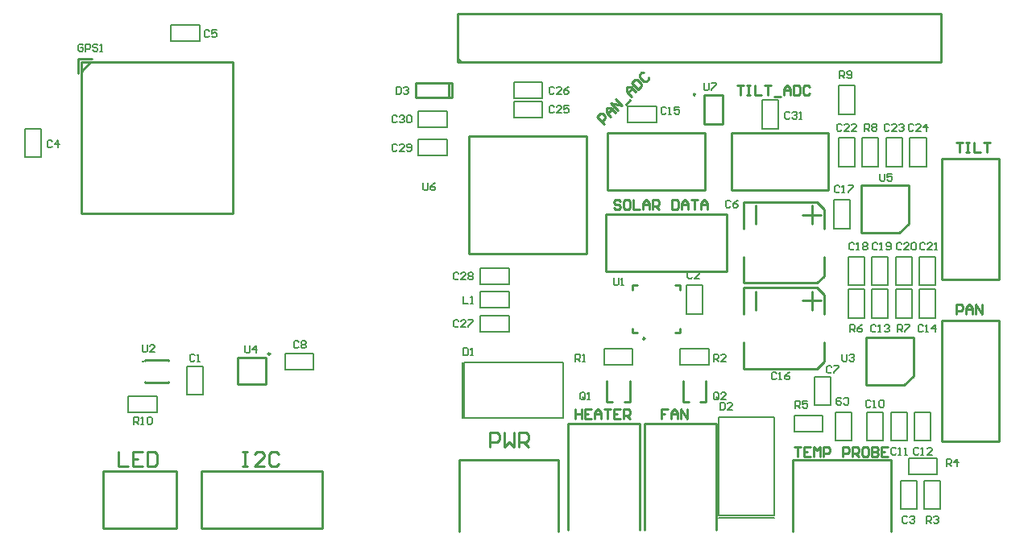
<source format=gto>
G04*
G04 #@! TF.GenerationSoftware,Altium Limited,CircuitStudio,1.5.2 (30)*
G04*
G04 Layer_Color=15065295*
%FSLAX25Y25*%
%MOIN*%
G70*
G01*
G75*
%ADD35C,0.01000*%
%ADD54C,0.00500*%
%ADD55C,0.00700*%
D35*
X1735441Y934791D02*
G03*
X1735441Y934791I-394J0D01*
G01*
X1890559Y941091D02*
G03*
X1890559Y941091I-394J0D01*
G01*
X1911425Y1042272D02*
G03*
X1911425Y1042272I-394J0D01*
G01*
X1682882Y931642D02*
G03*
X1682882Y931642I-197J0D01*
G01*
X2013394Y965697D02*
X2037016D01*
X2013394D02*
Y1015697D01*
X2037016D01*
Y965697D02*
Y1015697D01*
X2013394Y898768D02*
X2037016D01*
X2013394D02*
Y948768D01*
X2037016D01*
Y898768D02*
Y948768D01*
X1858866Y861957D02*
Y906051D01*
X1888394D01*
Y861957D02*
Y906051D01*
X1890362Y861957D02*
Y906051D01*
X1919890D01*
Y861957D02*
Y906051D01*
X1951583Y861169D02*
Y891091D01*
X1992528D01*
Y861169D02*
Y891091D01*
X1875205Y1002508D02*
Y1026130D01*
X1915362D01*
Y1002508D02*
Y1026130D01*
X1875205Y1002508D02*
X1915362D01*
X1926386D02*
X1966543D01*
Y1026130D01*
X1926386D02*
X1966543D01*
X1926386Y1002508D02*
Y1026130D01*
X1813787Y861169D02*
Y891091D01*
X1854732D01*
Y861169D02*
Y891091D01*
X1666543Y862744D02*
Y886366D01*
X1696858D01*
Y862744D02*
Y886366D01*
X1666543Y862744D02*
X1696858D01*
X1706898D02*
Y886366D01*
X1756898D01*
Y862744D02*
Y886366D01*
X1706898Y862744D02*
X1756898D01*
X1874220Y969043D02*
Y992665D01*
X1924220D01*
Y969043D02*
Y992665D01*
X1874220Y969043D02*
X1924220D01*
X1722055Y922193D02*
Y933216D01*
Y922193D02*
X1733866D01*
Y933216D01*
X1722449D02*
X1733866D01*
X1722055D02*
X1722449D01*
X1960638Y964122D02*
X1961819D01*
X1964772Y967075D01*
Y986760D02*
Y992272D01*
Y994634D01*
X1961819Y997587D02*
X1964772Y994634D01*
Y967075D02*
Y974949D01*
X1961032Y997587D02*
X1961819D01*
X1931307Y964122D02*
Y974949D01*
Y986760D02*
Y997587D01*
Y964122D02*
X1960638D01*
X1931307Y997587D02*
X1961032D01*
X1955717Y992370D02*
X1963394D01*
X1959555Y988531D02*
Y996209D01*
X1936524Y988531D02*
Y996209D01*
X1885441Y943453D02*
X1887409D01*
X1885441D02*
Y945421D01*
X1903157Y943453D02*
X1905126D01*
Y945421D01*
Y961169D02*
Y963138D01*
X1903157D02*
X1905126D01*
X1885441D02*
X1887409D01*
X1885441Y961169D02*
Y963138D01*
X1979929Y1004476D02*
X1999614D01*
X1979929Y984791D02*
Y1004476D01*
Y984791D02*
X1995677D01*
X1999614Y988728D01*
Y1004476D01*
X1981898Y941484D02*
X2001583D01*
X1981898Y921799D02*
Y941484D01*
Y921799D02*
X1997646D01*
X2001583Y925736D01*
Y941484D01*
X1914968Y1030067D02*
Y1041878D01*
Y1030067D02*
X1922842D01*
Y1041878D01*
X1914968D02*
X1922842D01*
X1809260Y1040894D02*
Y1046799D01*
X1795874D02*
X1809260D01*
X1795874Y1040894D02*
Y1046799D01*
Y1040894D02*
X1809260D01*
X1810638D01*
Y1046799D01*
X1809260D02*
X1810638D01*
X1960638Y928689D02*
X1961819D01*
X1964772Y931642D01*
Y951327D02*
Y956839D01*
Y959201D01*
X1961819Y962154D02*
X1964772Y959201D01*
Y931642D02*
Y939516D01*
X1961032Y962154D02*
X1961819D01*
X1931307Y928689D02*
Y939516D01*
Y951327D02*
Y962154D01*
Y928689D02*
X1960638D01*
X1931307Y962154D02*
X1961032D01*
X1955717Y956937D02*
X1963394D01*
X1959555Y953098D02*
Y960776D01*
X1936524Y953098D02*
Y960776D01*
X1657291Y992862D02*
Y1055461D01*
Y992862D02*
X1719890D01*
Y1055461D01*
X1657291D02*
X1719890D01*
X1657291Y1051721D02*
X1661032Y1055461D01*
X1655913Y1050933D02*
Y1056839D01*
X1661819D01*
X1906307Y915106D02*
X1908669D01*
X1906307D02*
Y923768D01*
X1915756Y915106D02*
Y923768D01*
X1913394Y915106D02*
X1915756D01*
X1874811D02*
X1877173D01*
X1874811D02*
Y923768D01*
X1884260Y915106D02*
Y923768D01*
X1881898Y915106D02*
X1884260D01*
X1683866Y932429D02*
X1693315D01*
Y932035D02*
Y932429D01*
Y922980D02*
Y923374D01*
X1683866Y922980D02*
X1693315D01*
X1683866D02*
Y923374D01*
Y932035D02*
Y932429D01*
X1817724Y976130D02*
Y1024949D01*
X1866543D01*
Y976130D02*
Y1024949D01*
X1817724Y976130D02*
X1866543D01*
X1813000Y1057000D02*
X1814500Y1055500D01*
X1813000D02*
Y1075500D01*
Y1055500D02*
X2013000D01*
Y1075500D01*
X1813000D02*
X2013000D01*
X1880233Y997966D02*
X1879566Y998633D01*
X1878233D01*
X1877567Y997966D01*
Y997300D01*
X1878233Y996633D01*
X1879566D01*
X1880233Y995967D01*
Y995300D01*
X1879566Y994634D01*
X1878233D01*
X1877567Y995300D01*
X1883565Y998633D02*
X1882232D01*
X1881566Y997966D01*
Y995300D01*
X1882232Y994634D01*
X1883565D01*
X1884231Y995300D01*
Y997966D01*
X1883565Y998633D01*
X1885564D02*
Y994634D01*
X1888230D01*
X1889563D02*
Y997300D01*
X1890896Y998633D01*
X1892229Y997300D01*
Y994634D01*
Y996633D01*
X1889563D01*
X1893562Y994634D02*
Y998633D01*
X1895561D01*
X1896228Y997966D01*
Y996633D01*
X1895561Y995967D01*
X1893562D01*
X1894895D02*
X1896228Y994634D01*
X1901559Y998633D02*
Y994634D01*
X1903559D01*
X1904225Y995300D01*
Y997966D01*
X1903559Y998633D01*
X1901559D01*
X1905558Y994634D02*
Y997300D01*
X1906891Y998633D01*
X1908224Y997300D01*
Y994634D01*
Y996633D01*
X1905558D01*
X1909557Y998633D02*
X1912222D01*
X1910889D01*
Y994634D01*
X1913555D02*
Y997300D01*
X1914888Y998633D01*
X1916221Y997300D01*
Y994634D01*
Y996633D01*
X1913555D01*
X1873630Y1030067D02*
X1870802Y1032894D01*
X1872216Y1034308D01*
X1873159D01*
X1874101Y1033366D01*
Y1032423D01*
X1872687Y1031009D01*
X1876457Y1032894D02*
X1874572Y1034779D01*
X1874572Y1036664D01*
X1876457D01*
X1878342Y1034779D01*
X1876929Y1036193D01*
X1875044Y1034308D01*
X1879285Y1035722D02*
X1876457Y1038550D01*
X1881170Y1037607D01*
X1878342Y1040434D01*
X1882584Y1038078D02*
X1884469Y1039963D01*
X1884940Y1041377D02*
X1883055Y1043262D01*
Y1045147D01*
X1884940Y1045147D01*
X1886825Y1043262D01*
X1885411Y1044676D01*
X1883526Y1042791D01*
X1884940Y1047032D02*
X1887767Y1044205D01*
X1889181Y1045618D01*
Y1046561D01*
X1887296Y1048446D01*
X1886354D01*
X1884940Y1047032D01*
X1890124Y1051273D02*
X1889181D01*
X1888239Y1050331D01*
Y1049388D01*
X1890124Y1047503D01*
X1891066D01*
X1892009Y1048446D01*
Y1049388D01*
X1928748Y1045877D02*
X1931414D01*
X1930081D01*
Y1041878D01*
X1932747Y1045877D02*
X1934080D01*
X1933413D01*
Y1041878D01*
X1932747D01*
X1934080D01*
X1936079Y1045877D02*
Y1041878D01*
X1938745D01*
X1940078Y1045877D02*
X1942743D01*
X1941411D01*
Y1041878D01*
X1944076Y1041212D02*
X1946742D01*
X1948075Y1041878D02*
Y1044544D01*
X1949408Y1045877D01*
X1950741Y1044544D01*
Y1041878D01*
Y1043877D01*
X1948075D01*
X1952074Y1045877D02*
Y1041878D01*
X1954073D01*
X1954740Y1042544D01*
Y1045210D01*
X1954073Y1045877D01*
X1952074D01*
X1958738Y1045210D02*
X1958072Y1045877D01*
X1956739D01*
X1956073Y1045210D01*
Y1042544D01*
X1956739Y1041878D01*
X1958072D01*
X1958738Y1042544D01*
X2019299Y1022255D02*
X2021965D01*
X2020632D01*
Y1018256D01*
X2023298Y1022255D02*
X2024631D01*
X2023964D01*
Y1018256D01*
X2023298D01*
X2024631D01*
X2026630Y1022255D02*
Y1018256D01*
X2029296D01*
X2030629Y1022255D02*
X2033295D01*
X2031962D01*
Y1018256D01*
X2019299Y951327D02*
Y955326D01*
X2021299D01*
X2021965Y954659D01*
Y953326D01*
X2021299Y952660D01*
X2019299D01*
X2023298Y951327D02*
Y953993D01*
X2024631Y955326D01*
X2025964Y953993D01*
Y951327D01*
Y953326D01*
X2023298D01*
X2027297Y951327D02*
Y955326D01*
X2029962Y951327D01*
Y955326D01*
X1952370Y896270D02*
X1955036D01*
X1953703D01*
Y892272D01*
X1959035Y896270D02*
X1956369D01*
Y892272D01*
X1959035D01*
X1956369Y894271D02*
X1957702D01*
X1960368Y892272D02*
Y896270D01*
X1961700Y894937D01*
X1963033Y896270D01*
Y892272D01*
X1964366D02*
Y896270D01*
X1966366D01*
X1967032Y895604D01*
Y894271D01*
X1966366Y893605D01*
X1964366D01*
X1972364Y892272D02*
Y896270D01*
X1974363D01*
X1975029Y895604D01*
Y894271D01*
X1974363Y893605D01*
X1972364D01*
X1976362Y892272D02*
Y896270D01*
X1978362D01*
X1979028Y895604D01*
Y894271D01*
X1978362Y893605D01*
X1976362D01*
X1977695D02*
X1979028Y892272D01*
X1982360Y896270D02*
X1981027D01*
X1980361Y895604D01*
Y892938D01*
X1981027Y892272D01*
X1982360D01*
X1983027Y892938D01*
Y895604D01*
X1982360Y896270D01*
X1984360D02*
Y892272D01*
X1986359D01*
X1987026Y892938D01*
Y893605D01*
X1986359Y894271D01*
X1984360D01*
X1986359D01*
X1987026Y894937D01*
Y895604D01*
X1986359Y896270D01*
X1984360D01*
X1991024D02*
X1988358D01*
Y892272D01*
X1991024D01*
X1988358Y894271D02*
X1989691D01*
X1899918Y912018D02*
X1897252D01*
Y910019D01*
X1898585D01*
X1897252D01*
Y908020D01*
X1901251D02*
Y910686D01*
X1902584Y912018D01*
X1903917Y910686D01*
Y908020D01*
Y910019D01*
X1901251D01*
X1905249Y908020D02*
Y912018D01*
X1907915Y908020D01*
Y912018D01*
X1861819D02*
Y908020D01*
Y910019D01*
X1864485D01*
Y912018D01*
Y908020D01*
X1868483Y912018D02*
X1865818D01*
Y908020D01*
X1868483D01*
X1865818Y910019D02*
X1867150D01*
X1869816Y908020D02*
Y910686D01*
X1871149Y912018D01*
X1872482Y910686D01*
Y908020D01*
Y910019D01*
X1869816D01*
X1873815Y912018D02*
X1876481D01*
X1875148D01*
Y908020D01*
X1880479Y912018D02*
X1877814D01*
Y908020D01*
X1880479D01*
X1877814Y910019D02*
X1879147D01*
X1881812Y908020D02*
Y912018D01*
X1883812D01*
X1884478Y911352D01*
Y910019D01*
X1883812Y909353D01*
X1881812D01*
X1883145D02*
X1884478Y908020D01*
X1826386Y896209D02*
Y902207D01*
X1829385D01*
X1830384Y901207D01*
Y899208D01*
X1829385Y898208D01*
X1826386D01*
X1832384Y902207D02*
Y896209D01*
X1834383Y898208D01*
X1836383Y896209D01*
Y902207D01*
X1838382Y896209D02*
Y902207D01*
X1841381D01*
X1842381Y901207D01*
Y899208D01*
X1841381Y898208D01*
X1838382D01*
X1840381D02*
X1842381Y896209D01*
X1724024Y894333D02*
X1726023D01*
X1725023D01*
Y888335D01*
X1724024D01*
X1726023D01*
X1733021D02*
X1729022D01*
X1733021Y892333D01*
Y893333D01*
X1732021Y894333D01*
X1730022D01*
X1729022Y893333D01*
X1739019D02*
X1738019Y894333D01*
X1736020D01*
X1735020Y893333D01*
Y889334D01*
X1736020Y888335D01*
X1738019D01*
X1739019Y889334D01*
X1672842Y894333D02*
Y888335D01*
X1676841D01*
X1682839Y894333D02*
X1678841D01*
Y888335D01*
X1682839D01*
X1678841Y891334D02*
X1680840D01*
X1684839Y894333D02*
Y888335D01*
X1687838D01*
X1688837Y889334D01*
Y893333D01*
X1687838Y894333D01*
X1684839D01*
D54*
X1895284Y1030657D02*
Y1037350D01*
X1883472Y1030657D02*
X1895284D01*
X1883472Y1037350D02*
X1895284D01*
X1883472Y1030657D02*
Y1037350D01*
X1700992Y917862D02*
X1707685D01*
X1700992D02*
Y929673D01*
X1707685Y917862D02*
Y929673D01*
X1700992D02*
X1707685D01*
X1980520Y1012350D02*
X1987213D01*
X1980520D02*
Y1024161D01*
X1987213Y1012350D02*
Y1024161D01*
X1980520D02*
X1987213D01*
X1990362D02*
X1997055D01*
Y1012350D02*
Y1024161D01*
X1990362Y1012350D02*
Y1024161D01*
Y1012350D02*
X1997055D01*
X2000205Y1024161D02*
X2006898D01*
Y1012350D02*
Y1024161D01*
X2000205Y1012350D02*
Y1024161D01*
Y1012350D02*
X2006898D01*
X1970677Y1024161D02*
X1977370D01*
Y1012350D02*
Y1024161D01*
X1970677Y1012350D02*
Y1024161D01*
Y1012350D02*
X1977370D01*
X1848039Y1032626D02*
Y1039319D01*
X1836228Y1032626D02*
X1848039D01*
X1836228Y1039319D02*
X1848039D01*
X1836228Y1032626D02*
Y1039319D01*
X1848039Y1040500D02*
Y1047193D01*
X1836228Y1040500D02*
X1848039D01*
X1836228Y1047193D02*
X1848039D01*
X1836228Y1040500D02*
Y1047193D01*
X1960835Y913531D02*
X1967528D01*
X1960835D02*
Y925342D01*
X1967528Y913531D02*
Y925342D01*
X1960835D02*
X1967528D01*
X1982488Y898965D02*
X1989181D01*
X1982488D02*
Y910776D01*
X1989181Y898965D02*
Y910776D01*
X1982488D02*
X1989181D01*
X1974614Y949752D02*
X1981307D01*
X1974614D02*
Y961563D01*
X1981307Y949752D02*
Y961563D01*
X1974614D02*
X1981307D01*
X1994299D02*
X2000992D01*
Y949752D02*
Y961563D01*
X1994299Y949752D02*
Y961563D01*
Y949752D02*
X2000992D01*
X2004142Y961563D02*
X2010835D01*
Y949752D02*
Y961563D01*
X2004142Y949752D02*
Y961563D01*
Y949752D02*
X2010835D01*
X1984457Y961563D02*
X1991150D01*
Y949752D02*
Y961563D01*
X1984457Y949752D02*
Y961563D01*
Y949752D02*
X1991150D01*
X1969496Y898965D02*
X1976189D01*
X1969496D02*
Y910776D01*
X1976189Y898965D02*
Y910776D01*
X1969496D02*
X1976189D01*
X1992331Y898965D02*
X1999024D01*
X1992331D02*
Y910776D01*
X1999024Y898965D02*
Y910776D01*
X1992331D02*
X1999024D01*
X2002173Y898965D02*
X2008866D01*
X2002173D02*
Y910776D01*
X2008866Y898965D02*
Y910776D01*
X2002173D02*
X2008866D01*
X2006110Y882429D02*
X2012803D01*
Y870618D02*
Y882429D01*
X2006110Y870618D02*
Y882429D01*
Y870618D02*
X2012803D01*
X1996268D02*
X2002961D01*
X1996268D02*
Y882429D01*
X2002961Y870618D02*
Y882429D01*
X1996268D02*
X2002961D01*
X1999614Y884988D02*
Y891681D01*
X2011425D01*
X1999614Y884988D02*
X2011425D01*
Y891681D01*
X1921189Y867961D02*
X1944181D01*
X1921189D02*
Y908709D01*
X1944181Y867961D02*
Y908709D01*
X1921189D02*
X1944181D01*
X1921189Y867075D02*
X1944181D01*
X1815854Y908335D02*
Y931327D01*
X1856602D01*
X1815854Y908335D02*
X1856602D01*
Y931327D01*
X1814968Y908335D02*
Y931327D01*
X1939181Y1039909D02*
X1945874D01*
Y1028098D02*
Y1039909D01*
X1939181Y1028098D02*
Y1039909D01*
Y1028098D02*
X1945874D01*
X1796858Y1028689D02*
Y1035382D01*
X1808669D01*
X1796858Y1028689D02*
X1808669D01*
Y1035382D01*
X1796858Y1016878D02*
Y1023571D01*
X1808669D01*
X1796858Y1016878D02*
X1808669D01*
Y1023571D01*
X1634063Y1016287D02*
X1640756D01*
X1634063D02*
Y1028098D01*
X1640756Y1016287D02*
Y1028098D01*
X1634063D02*
X1640756D01*
X1706307Y1064122D02*
Y1070815D01*
X1694496Y1064122D02*
X1706307D01*
X1694496Y1070815D02*
X1706307D01*
X1694496Y1064122D02*
Y1070815D01*
X1834260Y963728D02*
Y970421D01*
X1822449Y963728D02*
X1834260D01*
X1822449Y970421D02*
X1834260D01*
X1822449Y963728D02*
Y970421D01*
Y944043D02*
Y950736D01*
X1834260D01*
X1822449Y944043D02*
X1834260D01*
Y950736D01*
X1822449Y953886D02*
Y960579D01*
X1834260D01*
X1822449Y953886D02*
X1834260D01*
Y960579D01*
X1753551Y928295D02*
Y934988D01*
X1741740Y928295D02*
X1753551D01*
X1741740Y934988D02*
X1753551D01*
X1741740Y928295D02*
Y934988D01*
X1984457Y963138D02*
X1991150D01*
X1984457D02*
Y974949D01*
X1991150Y963138D02*
Y974949D01*
X1984457D02*
X1991150D01*
X1974614Y963138D02*
X1981307D01*
X1974614D02*
Y974949D01*
X1981307Y963138D02*
Y974949D01*
X1974614D02*
X1981307D01*
X1968709Y986760D02*
X1975402D01*
X1968709D02*
Y998571D01*
X1975402Y986760D02*
Y998571D01*
X1968709D02*
X1975402D01*
X2004142Y963138D02*
X2010835D01*
X2004142D02*
Y974949D01*
X2010835Y963138D02*
Y974949D01*
X2004142D02*
X2010835D01*
X1994299Y963138D02*
X2000992D01*
X1994299D02*
Y974949D01*
X2000992Y963138D02*
Y974949D01*
X1994299D02*
X2000992D01*
X1907685Y963138D02*
X1914378D01*
Y951327D02*
Y963138D01*
X1907685Y951327D02*
Y963138D01*
Y951327D02*
X1914378D01*
X1676780Y910579D02*
Y917272D01*
X1688591D01*
X1676780Y910579D02*
X1688591D01*
Y917272D01*
X1970677Y1045815D02*
X1977370D01*
Y1034004D02*
Y1045815D01*
X1970677Y1034004D02*
Y1045815D01*
Y1034004D02*
X1977370D01*
X1964181Y902705D02*
Y909398D01*
X1952370Y902705D02*
X1964181D01*
X1952370Y909398D02*
X1964181D01*
X1952370Y902705D02*
Y909398D01*
X1905126Y930264D02*
Y936957D01*
X1916937D01*
X1905126Y930264D02*
X1916937D01*
Y936957D01*
X1873630Y930264D02*
Y936957D01*
X1885441D01*
X1873630Y930264D02*
X1885441D01*
Y936957D01*
D55*
X1914968Y1046846D02*
Y1044346D01*
X1915468Y1043847D01*
X1916468D01*
X1916968Y1044346D01*
Y1046846D01*
X1917967D02*
X1919967D01*
Y1046346D01*
X1917967Y1044346D01*
Y1043847D01*
X1950432Y1034535D02*
X1949933Y1035034D01*
X1948933D01*
X1948433Y1034535D01*
Y1032535D01*
X1948933Y1032035D01*
X1949933D01*
X1950432Y1032535D01*
X1951432Y1034535D02*
X1951932Y1035034D01*
X1952932D01*
X1953432Y1034535D01*
Y1034035D01*
X1952932Y1033535D01*
X1952432D01*
X1952932D01*
X1953432Y1033035D01*
Y1032535D01*
X1952932Y1032035D01*
X1951932D01*
X1951432Y1032535D01*
X1954431Y1032035D02*
X1955431D01*
X1954931D01*
Y1035034D01*
X1954431Y1034535D01*
X1704369Y934141D02*
X1703870Y934641D01*
X1702870D01*
X1702370Y934141D01*
Y932142D01*
X1702870Y931642D01*
X1703870D01*
X1704369Y932142D01*
X1705369Y931642D02*
X1706369D01*
X1705869D01*
Y934641D01*
X1705369Y934141D01*
X1747319Y939657D02*
X1746820Y940157D01*
X1745820D01*
X1745320Y939657D01*
Y937658D01*
X1745820Y937158D01*
X1746820D01*
X1747319Y937658D01*
X1748319Y939657D02*
X1748819Y940157D01*
X1749819D01*
X1750319Y939657D01*
Y939157D01*
X1749819Y938658D01*
X1750319Y938158D01*
Y937658D01*
X1749819Y937158D01*
X1748819D01*
X1748319Y937658D01*
Y938158D01*
X1748819Y938658D01*
X1748319Y939157D01*
Y939657D01*
X1748819Y938658D02*
X1749819D01*
X1787899Y1021199D02*
X1787399Y1021699D01*
X1786400D01*
X1785900Y1021199D01*
Y1019200D01*
X1786400Y1018700D01*
X1787399D01*
X1787899Y1019200D01*
X1790898Y1018700D02*
X1788899D01*
X1790898Y1020699D01*
Y1021199D01*
X1790398Y1021699D01*
X1789399D01*
X1788899Y1021199D01*
X1791898Y1019200D02*
X1792398Y1018700D01*
X1793398D01*
X1793897Y1019200D01*
Y1021199D01*
X1793398Y1021699D01*
X1792398D01*
X1791898Y1021199D01*
Y1020699D01*
X1792398Y1020199D01*
X1793897D01*
X1787899Y1032999D02*
X1787399Y1033499D01*
X1786400D01*
X1785900Y1032999D01*
Y1031000D01*
X1786400Y1030500D01*
X1787399D01*
X1787899Y1031000D01*
X1788899Y1032999D02*
X1789399Y1033499D01*
X1790398D01*
X1790898Y1032999D01*
Y1032499D01*
X1790398Y1031999D01*
X1789899D01*
X1790398D01*
X1790898Y1031500D01*
Y1031000D01*
X1790398Y1030500D01*
X1789399D01*
X1788899Y1031000D01*
X1791898Y1032999D02*
X1792398Y1033499D01*
X1793398D01*
X1793897Y1032999D01*
Y1031000D01*
X1793398Y1030500D01*
X1792398D01*
X1791898Y1031000D01*
Y1032999D01*
X1852999Y1044799D02*
X1852500Y1045299D01*
X1851500D01*
X1851000Y1044799D01*
Y1042800D01*
X1851500Y1042300D01*
X1852500D01*
X1852999Y1042800D01*
X1855998Y1042300D02*
X1853999D01*
X1855998Y1044299D01*
Y1044799D01*
X1855499Y1045299D01*
X1854499D01*
X1853999Y1044799D01*
X1858997Y1045299D02*
X1857998Y1044799D01*
X1856998Y1043799D01*
Y1042800D01*
X1857498Y1042300D01*
X1858498D01*
X1858997Y1042800D01*
Y1043300D01*
X1858498Y1043799D01*
X1856998D01*
X1852999Y1036999D02*
X1852500Y1037499D01*
X1851500D01*
X1851000Y1036999D01*
Y1035000D01*
X1851500Y1034500D01*
X1852500D01*
X1852999Y1035000D01*
X1855998Y1034500D02*
X1853999D01*
X1855998Y1036499D01*
Y1036999D01*
X1855499Y1037499D01*
X1854499D01*
X1853999Y1036999D01*
X1858997Y1037499D02*
X1856998D01*
Y1035999D01*
X1857998Y1036499D01*
X1858498D01*
X1858997Y1035999D01*
Y1035000D01*
X1858498Y1034500D01*
X1857498D01*
X1856998Y1035000D01*
X1813499Y968099D02*
X1813000Y968599D01*
X1812000D01*
X1811500Y968099D01*
Y966100D01*
X1812000Y965600D01*
X1813000D01*
X1813499Y966100D01*
X1816498Y965600D02*
X1814499D01*
X1816498Y967599D01*
Y968099D01*
X1815998Y968599D01*
X1814999D01*
X1814499Y968099D01*
X1817498D02*
X1817998Y968599D01*
X1818998D01*
X1819497Y968099D01*
Y967599D01*
X1818998Y967099D01*
X1819497Y966600D01*
Y966100D01*
X1818998Y965600D01*
X1817998D01*
X1817498Y966100D01*
Y966600D01*
X1817998Y967099D01*
X1817498Y967599D01*
Y968099D01*
X1817998Y967099D02*
X1818998D01*
X1813499Y948399D02*
X1813000Y948899D01*
X1812000D01*
X1811500Y948399D01*
Y946400D01*
X1812000Y945900D01*
X1813000D01*
X1813499Y946400D01*
X1816498Y945900D02*
X1814499D01*
X1816498Y947899D01*
Y948399D01*
X1815998Y948899D01*
X1814999D01*
X1814499Y948399D01*
X1817498Y948899D02*
X1819497D01*
Y948399D01*
X1817498Y946400D01*
Y945900D01*
X1986099Y946287D02*
X1985600Y946787D01*
X1984600D01*
X1984100Y946287D01*
Y944288D01*
X1984600Y943788D01*
X1985600D01*
X1986099Y944288D01*
X1987099Y943788D02*
X1988099D01*
X1987599D01*
Y946787D01*
X1987099Y946287D01*
X1989598D02*
X1990098Y946787D01*
X1991098D01*
X1991598Y946287D01*
Y945788D01*
X1991098Y945288D01*
X1990598D01*
X1991098D01*
X1991598Y944788D01*
Y944288D01*
X1991098Y943788D01*
X1990098D01*
X1989598Y944288D01*
X1971999Y1029599D02*
X1971499Y1030099D01*
X1970500D01*
X1970000Y1029599D01*
Y1027600D01*
X1970500Y1027100D01*
X1971499D01*
X1971999Y1027600D01*
X1974998Y1027100D02*
X1972999D01*
X1974998Y1029099D01*
Y1029599D01*
X1974499Y1030099D01*
X1973499D01*
X1972999Y1029599D01*
X1977997Y1027100D02*
X1975998D01*
X1977997Y1029099D01*
Y1029599D01*
X1977498Y1030099D01*
X1976498D01*
X1975998Y1029599D01*
X2001599D02*
X2001100Y1030099D01*
X2000100D01*
X1999600Y1029599D01*
Y1027600D01*
X2000100Y1027100D01*
X2001100D01*
X2001599Y1027600D01*
X2004598Y1027100D02*
X2002599D01*
X2004598Y1029099D01*
Y1029599D01*
X2004099Y1030099D01*
X2003099D01*
X2002599Y1029599D01*
X2007098Y1027100D02*
Y1030099D01*
X2005598Y1028599D01*
X2007597D01*
X1991699Y1029599D02*
X1991199Y1030099D01*
X1990200D01*
X1989700Y1029599D01*
Y1027600D01*
X1990200Y1027100D01*
X1991199D01*
X1991699Y1027600D01*
X1994698Y1027100D02*
X1992699D01*
X1994698Y1029099D01*
Y1029599D01*
X1994198Y1030099D01*
X1993199D01*
X1992699Y1029599D01*
X1995698D02*
X1996198Y1030099D01*
X1997198D01*
X1997697Y1029599D01*
Y1029099D01*
X1997198Y1028599D01*
X1996698D01*
X1997198D01*
X1997697Y1028100D01*
Y1027600D01*
X1997198Y1027100D01*
X1996198D01*
X1995698Y1027600D01*
X1986873Y980431D02*
X1986374Y980931D01*
X1985374D01*
X1984874Y980431D01*
Y978431D01*
X1985374Y977931D01*
X1986374D01*
X1986873Y978431D01*
X1987873Y977931D02*
X1988873D01*
X1988373D01*
Y980931D01*
X1987873Y980431D01*
X1990372Y978431D02*
X1990872Y977931D01*
X1991872D01*
X1992372Y978431D01*
Y980431D01*
X1991872Y980931D01*
X1990872D01*
X1990372Y980431D01*
Y979931D01*
X1990872Y979431D01*
X1992372D01*
X1977072Y980431D02*
X1976572Y980931D01*
X1975572D01*
X1975072Y980431D01*
Y978431D01*
X1975572Y977931D01*
X1976572D01*
X1977072Y978431D01*
X1978072Y977931D02*
X1979071D01*
X1978571D01*
Y980931D01*
X1978072Y980431D01*
X1980571D02*
X1981071Y980931D01*
X1982070D01*
X1982570Y980431D01*
Y979931D01*
X1982070Y979431D01*
X1982570Y978931D01*
Y978431D01*
X1982070Y977931D01*
X1981071D01*
X1980571Y978431D01*
Y978931D01*
X1981071Y979431D01*
X1980571Y979931D01*
Y980431D01*
X1981071Y979431D02*
X1982070D01*
X1944921Y926661D02*
X1944421Y927160D01*
X1943421D01*
X1942921Y926661D01*
Y924661D01*
X1943421Y924161D01*
X1944421D01*
X1944921Y924661D01*
X1945920Y924161D02*
X1946920D01*
X1946420D01*
Y927160D01*
X1945920Y926661D01*
X1950419Y927160D02*
X1949419Y926661D01*
X1948420Y925661D01*
Y924661D01*
X1948919Y924161D01*
X1949919D01*
X1950419Y924661D01*
Y925161D01*
X1949919Y925661D01*
X1948420D01*
X1971199Y1003999D02*
X1970700Y1004499D01*
X1969700D01*
X1969200Y1003999D01*
Y1002000D01*
X1969700Y1001500D01*
X1970700D01*
X1971199Y1002000D01*
X1972199Y1001500D02*
X1973199D01*
X1972699D01*
Y1004499D01*
X1972199Y1003999D01*
X1974698Y1004499D02*
X1976698D01*
Y1003999D01*
X1974698Y1002000D01*
Y1001500D01*
X2006542Y980431D02*
X2006042Y980931D01*
X2005042D01*
X2004543Y980431D01*
Y978431D01*
X2005042Y977931D01*
X2006042D01*
X2006542Y978431D01*
X2009541Y977931D02*
X2007541D01*
X2009541Y979931D01*
Y980431D01*
X2009041Y980931D01*
X2008041D01*
X2007541Y980431D01*
X2010541Y977931D02*
X2011540D01*
X2011040D01*
Y980931D01*
X2010541Y980431D01*
X1996742D02*
X1996242Y980931D01*
X1995242D01*
X1994743Y980431D01*
Y978431D01*
X1995242Y977931D01*
X1996242D01*
X1996742Y978431D01*
X1999741Y977931D02*
X1997742D01*
X1999741Y979931D01*
Y980431D01*
X1999241Y980931D01*
X1998241D01*
X1997742Y980431D01*
X2000741D02*
X2001240Y980931D01*
X2002240D01*
X2002740Y980431D01*
Y978431D01*
X2002240Y977931D01*
X2001240D01*
X2000741Y978431D01*
Y980431D01*
X1899251Y1036503D02*
X1898751Y1037003D01*
X1897752D01*
X1897252Y1036503D01*
Y1034504D01*
X1897752Y1034004D01*
X1898751D01*
X1899251Y1034504D01*
X1900251Y1034004D02*
X1901251D01*
X1900751D01*
Y1037003D01*
X1900251Y1036503D01*
X1904749Y1037003D02*
X1902750D01*
Y1035503D01*
X1903750Y1036003D01*
X1904250D01*
X1904749Y1035503D01*
Y1034504D01*
X1904250Y1034004D01*
X1903250D01*
X1902750Y1034504D01*
X2005699Y946287D02*
X2005199Y946787D01*
X2004200D01*
X2003700Y946287D01*
Y944288D01*
X2004200Y943788D01*
X2005199D01*
X2005699Y944288D01*
X2006699Y943788D02*
X2007699D01*
X2007199D01*
Y946787D01*
X2006699Y946287D01*
X2010698Y943788D02*
Y946787D01*
X2009198Y945288D01*
X2011198D01*
X1983897Y915243D02*
X1983397Y915743D01*
X1982397D01*
X1981898Y915243D01*
Y913244D01*
X1982397Y912744D01*
X1983397D01*
X1983897Y913244D01*
X1984897Y912744D02*
X1985896D01*
X1985397D01*
Y915743D01*
X1984897Y915243D01*
X1987396D02*
X1987896Y915743D01*
X1988895D01*
X1989395Y915243D01*
Y913244D01*
X1988895Y912744D01*
X1987896D01*
X1987396Y913244D01*
Y915243D01*
X1972812Y914182D02*
X1973311Y913682D01*
X1974311D01*
X1974811Y914182D01*
Y916181D01*
X1974311Y916681D01*
X1973311D01*
X1972812Y916181D01*
X1971812D02*
X1971312Y916681D01*
X1970312D01*
X1969813Y916181D01*
Y914182D01*
X1970312Y913682D01*
X1971312D01*
X1971812Y914182D01*
Y914682D01*
X1971312Y915182D01*
X1969813D01*
X1926023Y997920D02*
X1925523Y998420D01*
X1924524D01*
X1924024Y997920D01*
Y995921D01*
X1924524Y995421D01*
X1925523D01*
X1926023Y995921D01*
X1929022Y998420D02*
X1928022Y997920D01*
X1927023Y996921D01*
Y995921D01*
X1927522Y995421D01*
X1928522D01*
X1929022Y995921D01*
Y996421D01*
X1928522Y996921D01*
X1927023D01*
X1967755Y929416D02*
X1967255Y929916D01*
X1966256D01*
X1965756Y929416D01*
Y927417D01*
X1966256Y926917D01*
X1967255D01*
X1967755Y927417D01*
X1968755Y929916D02*
X1970754D01*
Y929416D01*
X1968755Y927417D01*
Y926917D01*
X2003736Y895469D02*
X2003237Y895968D01*
X2002237D01*
X2001737Y895469D01*
Y893469D01*
X2002237Y892969D01*
X2003237D01*
X2003736Y893469D01*
X2004736Y892969D02*
X2005736D01*
X2005236D01*
Y895968D01*
X2004736Y895469D01*
X2009235Y892969D02*
X2007235D01*
X2009235Y894969D01*
Y895469D01*
X2008735Y895968D01*
X2007735D01*
X2007235Y895469D01*
X1994436D02*
X1993937Y895968D01*
X1992937D01*
X1992437Y895469D01*
Y893469D01*
X1992937Y892969D01*
X1993937D01*
X1994436Y893469D01*
X1995436Y892969D02*
X1996436D01*
X1995936D01*
Y895968D01*
X1995436Y895469D01*
X1997935Y892969D02*
X1998935D01*
X1998435D01*
Y895968D01*
X1997935Y895469D01*
X1645314Y1022724D02*
X1644814Y1023223D01*
X1643815D01*
X1643315Y1022724D01*
Y1020724D01*
X1643815Y1020224D01*
X1644814D01*
X1645314Y1020724D01*
X1647813Y1020224D02*
Y1023223D01*
X1646314Y1021724D01*
X1648313D01*
X1710275Y1068393D02*
X1709775Y1068893D01*
X1708775D01*
X1708276Y1068393D01*
Y1066393D01*
X1708775Y1065894D01*
X1709775D01*
X1710275Y1066393D01*
X1713274Y1068893D02*
X1711275D01*
Y1067393D01*
X1712274Y1067893D01*
X1712774D01*
X1713274Y1067393D01*
Y1066393D01*
X1712774Y1065894D01*
X1711774D01*
X1711275Y1066393D01*
X1910176Y968595D02*
X1909676Y969095D01*
X1908676D01*
X1908176Y968595D01*
Y966596D01*
X1908676Y966096D01*
X1909676D01*
X1910176Y966596D01*
X1913175Y966096D02*
X1911175D01*
X1913175Y968095D01*
Y968595D01*
X1912675Y969095D01*
X1911675D01*
X1911175Y968595D01*
X1999099Y867199D02*
X1998599Y867699D01*
X1997600D01*
X1997100Y867199D01*
Y865200D01*
X1997600Y864700D01*
X1998599D01*
X1999099Y865200D01*
X2000099Y867199D02*
X2000599Y867699D01*
X2001599D01*
X2002098Y867199D01*
Y866699D01*
X2001599Y866199D01*
X2001099D01*
X2001599D01*
X2002098Y865700D01*
Y865200D01*
X2001599Y864700D01*
X2000599D01*
X2000099Y865200D01*
X1787700Y1045299D02*
Y1042300D01*
X1789199D01*
X1789699Y1042800D01*
Y1044799D01*
X1789199Y1045299D01*
X1787700D01*
X1790699Y1044799D02*
X1791199Y1045299D01*
X1792199D01*
X1792698Y1044799D01*
Y1044299D01*
X1792199Y1043799D01*
X1791699D01*
X1792199D01*
X1792698Y1043300D01*
Y1042800D01*
X1792199Y1042300D01*
X1791199D01*
X1790699Y1042800D01*
X1921600Y914636D02*
Y911637D01*
X1923100D01*
X1923599Y912137D01*
Y914136D01*
X1923100Y914636D01*
X1921600D01*
X1926598Y911637D02*
X1924599D01*
X1926598Y913636D01*
Y914136D01*
X1926098Y914636D01*
X1925099D01*
X1924599Y914136D01*
X1815432Y937267D02*
Y934268D01*
X1816931D01*
X1817431Y934768D01*
Y936768D01*
X1816931Y937267D01*
X1815432D01*
X1818431Y934268D02*
X1819430D01*
X1818930D01*
Y937267D01*
X1818431Y936768D01*
X1658099Y1062499D02*
X1657599Y1062999D01*
X1656600D01*
X1656100Y1062499D01*
Y1060500D01*
X1656600Y1060000D01*
X1657599D01*
X1658099Y1060500D01*
Y1061500D01*
X1657100D01*
X1659099Y1060000D02*
Y1062999D01*
X1660599D01*
X1661098Y1062499D01*
Y1061500D01*
X1660599Y1061000D01*
X1659099D01*
X1664097Y1062499D02*
X1663598Y1062999D01*
X1662598D01*
X1662098Y1062499D01*
Y1061999D01*
X1662598Y1061500D01*
X1663598D01*
X1664097Y1061000D01*
Y1060500D01*
X1663598Y1060000D01*
X1662598D01*
X1662098Y1060500D01*
X1665097Y1060000D02*
X1666097D01*
X1665597D01*
Y1062999D01*
X1665097Y1062499D01*
X1815500Y958699D02*
Y955700D01*
X1817499D01*
X1818499D02*
X1819499D01*
X1818999D01*
Y958699D01*
X1818499Y958199D01*
X1920905Y916393D02*
Y918393D01*
X1920405Y918893D01*
X1919405D01*
X1918905Y918393D01*
Y916393D01*
X1919405Y915894D01*
X1920405D01*
X1919905Y916893D02*
X1920905Y915894D01*
X1920405D02*
X1920905Y916393D01*
X1923904Y915894D02*
X1921905D01*
X1923904Y917893D01*
Y918393D01*
X1923404Y918893D01*
X1922404D01*
X1921905Y918393D01*
X1865787Y916393D02*
Y918393D01*
X1865287Y918893D01*
X1864287D01*
X1863787Y918393D01*
Y916393D01*
X1864287Y915894D01*
X1865287D01*
X1864787Y916893D02*
X1865787Y915894D01*
X1865287D02*
X1865787Y916393D01*
X1866786Y915894D02*
X1867786D01*
X1867286D01*
Y918893D01*
X1866786Y918393D01*
X1679142Y905657D02*
Y908657D01*
X1680641D01*
X1681141Y908157D01*
Y907157D01*
X1680641Y906657D01*
X1679142D01*
X1680141D02*
X1681141Y905657D01*
X1682141D02*
X1683140D01*
X1682641D01*
Y908657D01*
X1682141Y908157D01*
X1684640D02*
X1685140Y908657D01*
X1686139D01*
X1686639Y908157D01*
Y906157D01*
X1686139Y905657D01*
X1685140D01*
X1684640Y906157D01*
Y908157D01*
X1995100Y943788D02*
Y946787D01*
X1996600D01*
X1997099Y946287D01*
Y945288D01*
X1996600Y944788D01*
X1995100D01*
X1996100D02*
X1997099Y943788D01*
X1998099Y946787D02*
X2000098D01*
Y946287D01*
X1998099Y944288D01*
Y943788D01*
X1975500D02*
Y946787D01*
X1976999D01*
X1977499Y946287D01*
Y945288D01*
X1976999Y944788D01*
X1975500D01*
X1976500D02*
X1977499Y943788D01*
X1980498Y946787D02*
X1979499Y946287D01*
X1978499Y945288D01*
Y944288D01*
X1978999Y943788D01*
X1979999D01*
X1980498Y944288D01*
Y944788D01*
X1979999Y945288D01*
X1978499D01*
X1971100Y1048806D02*
Y1051805D01*
X1972599D01*
X1973099Y1051305D01*
Y1050305D01*
X1972599Y1049805D01*
X1971100D01*
X1972100D02*
X1973099Y1048806D01*
X1974099Y1049305D02*
X1974599Y1048806D01*
X1975599D01*
X1976098Y1049305D01*
Y1051305D01*
X1975599Y1051805D01*
X1974599D01*
X1974099Y1051305D01*
Y1050805D01*
X1974599Y1050305D01*
X1976098D01*
X1981400Y1027100D02*
Y1030099D01*
X1982899D01*
X1983399Y1029599D01*
Y1028599D01*
X1982899Y1028100D01*
X1981400D01*
X1982400D02*
X1983399Y1027100D01*
X1984399Y1029599D02*
X1984899Y1030099D01*
X1985899D01*
X1986398Y1029599D01*
Y1029099D01*
X1985899Y1028599D01*
X1986398Y1028100D01*
Y1027600D01*
X1985899Y1027100D01*
X1984899D01*
X1984399Y1027600D01*
Y1028100D01*
X1984899Y1028599D01*
X1984399Y1029099D01*
Y1029599D01*
X1984899Y1028599D02*
X1985899D01*
X1952784Y912306D02*
Y915304D01*
X1954283D01*
X1954783Y914805D01*
Y913805D01*
X1954283Y913305D01*
X1952784D01*
X1953783D02*
X1954783Y912306D01*
X1957782Y915304D02*
X1955783D01*
Y913805D01*
X1956782Y914305D01*
X1957282D01*
X1957782Y913805D01*
Y912805D01*
X1957282Y912306D01*
X1956282D01*
X1955783Y912805D01*
X2015362Y888335D02*
Y891334D01*
X2016862D01*
X2017361Y890834D01*
Y889834D01*
X2016862Y889334D01*
X2015362D01*
X2016362D02*
X2017361Y888335D01*
X2019861D02*
Y891334D01*
X2018361Y889834D01*
X2020361D01*
X2007000Y864700D02*
Y867699D01*
X2008500D01*
X2008999Y867199D01*
Y866199D01*
X2008500Y865700D01*
X2007000D01*
X2008000D02*
X2008999Y864700D01*
X2009999Y867199D02*
X2010499Y867699D01*
X2011498D01*
X2011998Y867199D01*
Y866699D01*
X2011498Y866199D01*
X2010999D01*
X2011498D01*
X2011998Y865700D01*
Y865200D01*
X2011498Y864700D01*
X2010499D01*
X2009999Y865200D01*
X1918905Y931642D02*
Y934641D01*
X1920405D01*
X1920905Y934141D01*
Y933141D01*
X1920405Y932641D01*
X1918905D01*
X1919905D02*
X1920905Y931642D01*
X1923904D02*
X1921905D01*
X1923904Y933641D01*
Y934141D01*
X1923404Y934641D01*
X1922404D01*
X1921905Y934141D01*
X1861819Y931642D02*
Y934641D01*
X1863318D01*
X1863818Y934141D01*
Y933141D01*
X1863318Y932641D01*
X1861819D01*
X1862819D02*
X1863818Y931642D01*
X1864818D02*
X1865818D01*
X1865318D01*
Y934641D01*
X1864818Y934141D01*
X1682700Y938599D02*
Y936100D01*
X1683200Y935600D01*
X1684200D01*
X1684699Y936100D01*
Y938599D01*
X1687698Y935600D02*
X1685699D01*
X1687698Y937599D01*
Y938099D01*
X1687198Y938599D01*
X1686199D01*
X1685699Y938099D01*
X1725205Y938184D02*
Y935685D01*
X1725705Y935185D01*
X1726704D01*
X1727204Y935685D01*
Y938184D01*
X1729703Y935185D02*
Y938184D01*
X1728204Y936685D01*
X1730203D01*
X1798827Y1005507D02*
Y1003008D01*
X1799327Y1002508D01*
X1800326D01*
X1800826Y1003008D01*
Y1005507D01*
X1803825D02*
X1802826Y1005007D01*
X1801826Y1004007D01*
Y1003008D01*
X1802326Y1002508D01*
X1803325D01*
X1803825Y1003008D01*
Y1003508D01*
X1803325Y1004007D01*
X1801826D01*
X1987803Y1009444D02*
Y1006945D01*
X1988303Y1006445D01*
X1989303D01*
X1989803Y1006945D01*
Y1009444D01*
X1992801D02*
X1990802D01*
Y1007944D01*
X1991802Y1008444D01*
X1992302D01*
X1992801Y1007944D01*
Y1006945D01*
X1992302Y1006445D01*
X1991302D01*
X1990802Y1006945D01*
X1972055Y934641D02*
Y932142D01*
X1972555Y931642D01*
X1973555D01*
X1974055Y932142D01*
Y934641D01*
X1975054Y934141D02*
X1975554Y934641D01*
X1976554D01*
X1977053Y934141D01*
Y933641D01*
X1976554Y933141D01*
X1976054D01*
X1976554D01*
X1977053Y932641D01*
Y932142D01*
X1976554Y931642D01*
X1975554D01*
X1975054Y932142D01*
X1877567Y966137D02*
Y963638D01*
X1878067Y963138D01*
X1879066D01*
X1879566Y963638D01*
Y966137D01*
X1880566Y963138D02*
X1881566D01*
X1881066D01*
Y966137D01*
X1880566Y965637D01*
M02*

</source>
